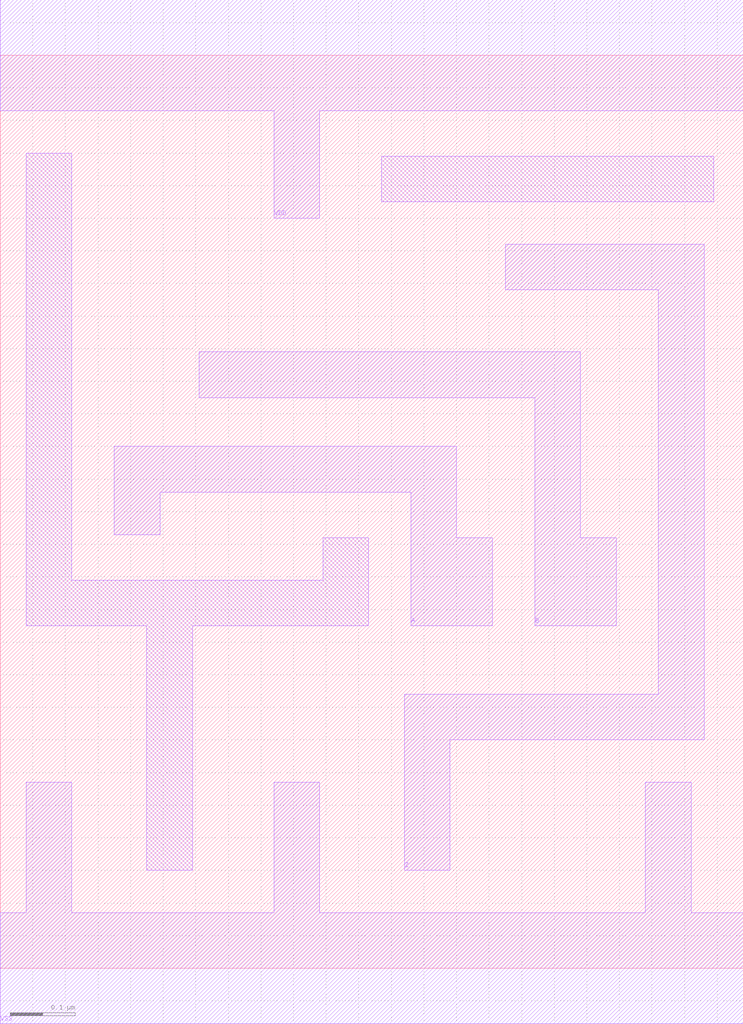
<source format=lef>
# 
# ******************************************************************************
# *                                                                            *
# *                   Copyright (C) 2004-2010, Nangate Inc.                    *
# *                           All rights reserved.                             *
# *                                                                            *
# * Nangate and the Nangate logo are trademarks of Nangate Inc.                *
# *                                                                            *
# * All trademarks, logos, software marks, and trade names (collectively the   *
# * "Marks") in this program are proprietary to Nangate or other respective    *
# * owners that have granted Nangate the right and license to use such Marks.  *
# * You are not permitted to use the Marks without the prior written consent   *
# * of Nangate or such third party that may own the Marks.                     *
# *                                                                            *
# * This file has been provided pursuant to a License Agreement containing     *
# * restrictions on its use. This file contains valuable trade secrets and     *
# * proprietary information of Nangate Inc., and is protected by U.S. and      *
# * international laws and/or treaties.                                        *
# *                                                                            *
# * The copyright notice(s) in this file does not indicate actual or intended  *
# * publication of this file.                                                  *
# *                                                                            *
# *     NGLibraryCreator, v2010.08-HR32-SP3-2010-08-05 - build 1009061800      *
# *                                                                            *
# ******************************************************************************
# 
# 
# Running on brazil06.nangate.com.br for user Giancarlo Franciscatto (gfr).
# Local time is now Fri, 3 Dec 2010, 19:32:18.
# Main process id is 27821.

VERSION 5.6 ;
BUSBITCHARS "[]" ;
DIVIDERCHAR "/" ;

MACRO XOR2_X1
  CLASS core ;
  FOREIGN XOR2_X1 0.0 0.0 ;
  ORIGIN 0 0 ;
  SYMMETRY X Y ;
  SITE FreePDK45_38x28_10R_NP_162NW_34O ;
  SIZE 1.14 BY 1.4 ;
  PIN A
    DIRECTION INPUT ;
    ANTENNAPARTIALMETALAREA 0.063075 LAYER metal1 ;
    ANTENNAPARTIALMETALSIDEAREA 0.2392 LAYER metal1 ;
    ANTENNAGATEAREA 0.0785 ;
    PORT
      LAYER metal1 ;
        POLYGON 0.175 0.665 0.245 0.665 0.245 0.73 0.565 0.73 0.63 0.73 0.63 0.525 0.755 0.525 0.755 0.66 0.7 0.66 0.7 0.8 0.565 0.8 0.175 0.8  ;
    END
  END A
  PIN B
    DIRECTION INPUT ;
    ANTENNAPARTIALMETALAREA 0.072875 LAYER metal1 ;
    ANTENNAPARTIALMETALSIDEAREA 0.2756 LAYER metal1 ;
    ANTENNAGATEAREA 0.0785 ;
    PORT
      LAYER metal1 ;
        POLYGON 0.305 0.875 0.565 0.875 0.82 0.875 0.82 0.525 0.945 0.525 0.945 0.66 0.89 0.66 0.89 0.945 0.565 0.945 0.305 0.945  ;
    END
  END B
  PIN Z
    DIRECTION OUTPUT ;
    ANTENNAPARTIALMETALAREA 0.11095 LAYER metal1 ;
    ANTENNAPARTIALMETALSIDEAREA 0.4303 LAYER metal1 ;
    ANTENNADIFFAREA 0.1463 ;
    PORT
      LAYER metal1 ;
        POLYGON 0.775 1.04 1.01 1.04 1.01 0.42 0.62 0.42 0.62 0.15 0.69 0.15 0.69 0.35 1.08 0.35 1.08 1.11 0.775 1.11  ;
    END
  END Z
  PIN VDD
    DIRECTION INOUT ;
    USE power ;
    SHAPE ABUTMENT ;
    PORT
      LAYER metal1 ;
        POLYGON 0 1.315 0.42 1.315 0.42 1.15 0.49 1.15 0.49 1.315 0.565 1.315 1.095 1.315 1.14 1.315 1.14 1.485 1.095 1.485 0.565 1.485 0 1.485  ;
    END
  END VDD
  PIN VSS
    DIRECTION INOUT ;
    USE ground ;
    SHAPE ABUTMENT ;
    PORT
      LAYER metal1 ;
        POLYGON 0 -0.085 1.14 -0.085 1.14 0.085 1.06 0.085 1.06 0.285 0.99 0.285 0.99 0.085 0.49 0.085 0.49 0.285 0.42 0.285 0.42 0.085 0.11 0.085 0.11 0.285 0.04 0.285 0.04 0.085 0 0.085  ;
    END
  END VSS
  OBS
      LAYER metal1 ;
        POLYGON 0.04 0.525 0.225 0.525 0.225 0.15 0.295 0.15 0.295 0.525 0.565 0.525 0.565 0.66 0.495 0.66 0.495 0.595 0.11 0.595 0.11 1.25 0.04 1.25  ;
        POLYGON 0.585 1.175 1.095 1.175 1.095 1.245 0.585 1.245  ;
  END
END XOR2_X1

END LIBRARY
#
# End of file
#

</source>
